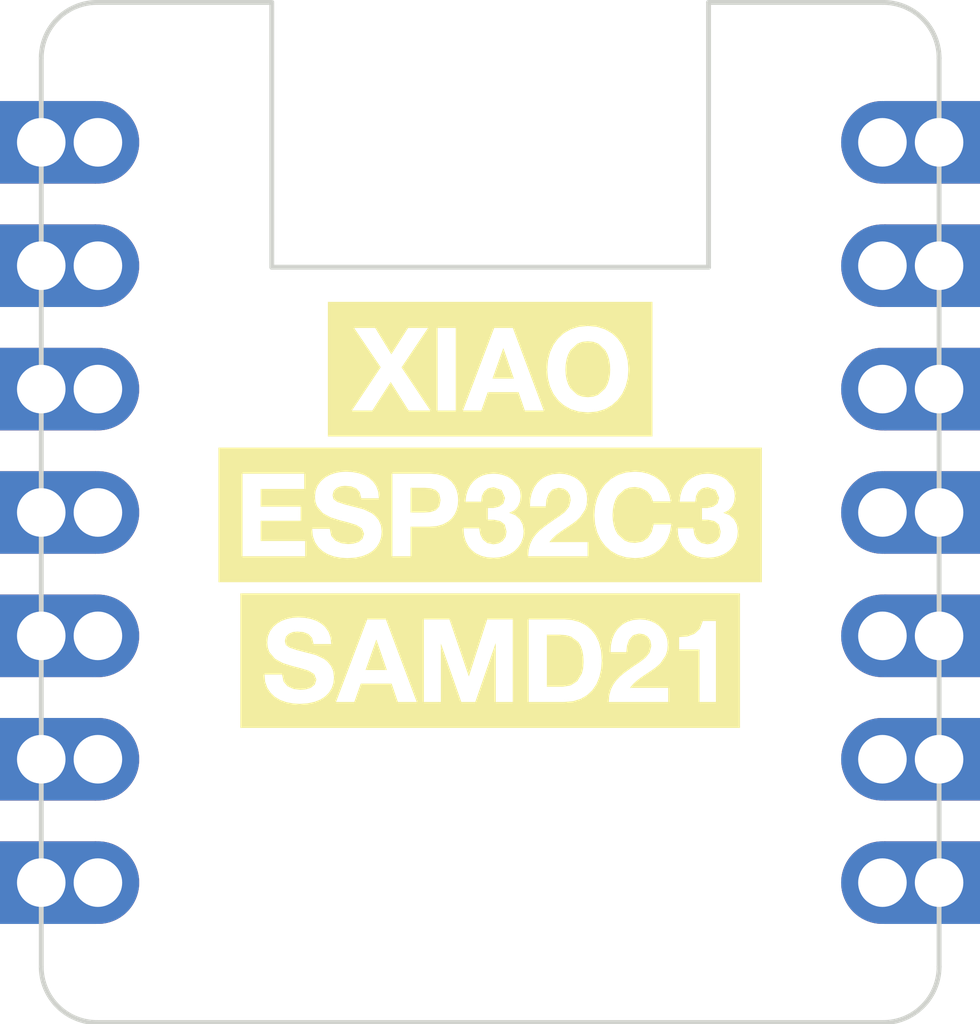
<source format=kicad_pcb>
(kicad_pcb (version 20221018) (generator pcbnew)
  (layers (0 "F.Cu" signal) (31 "B.Cu" signal) (34 "B.Paste" user) (35 "F.Paste" user) (36 "B.SilkS" user "B.Silkscreen") (37 "F.SilkS" user "F.Silkscreen") (38 "B.Mask" user) (39 "F.Mask" user) (44 "Edge.Cuts" user))
  (net 0 "")
  (footprint "kibuzzard-65885ADF" (layer "F.Cu") (at 100.499998 69.68)
    (fp_text reference "kibuzzard-65885ADF" hide)
    (fp_text value "G***" hide)
    (fp_poly (pts (xy 0.047625 0.194072) (xy 0.488156 0.194072) (xy 0.273844 -0.429816) (xy 0.269081 -0.429816) (xy 0.047625 0.194072)) (fill solid) (layer "F.SilkS"))
    (fp_poly (pts (xy 1.550194 0.008334) (xy 1.556445 0.114002) (xy 1.575197 0.216694) (xy 1.607641 0.312837) (xy 1.654969 0.398859) (xy 1.797844 0.528638) (xy 1.895475 0.565249) (xy 2.012156 0.577453) (xy 2.128838 0.565249) (xy 2.226469 0.528638) (xy 2.369344 0.398859) (xy 2.416669 0.312837) (xy 2.449116 0.216694) (xy 2.467868 0.114002) (xy 2.474119 0.008334) (xy 2.467868 -0.101798) (xy 2.449116 -0.208359) (xy 2.416671 -0.307479) (xy 2.369344 -0.395287) (xy 2.226469 -0.526256) (xy 2.128838 -0.562868) (xy 2.012156 -0.575072) (xy 1.895475 -0.562872) (xy 1.797844 -0.526256) (xy 1.654969 -0.395287) (xy 1.607641 -0.307479) (xy 1.575197 -0.208359) (xy 1.556445 -0.101799) (xy 1.550194 0.008334)) (fill solid) (layer "F.SilkS"))
    (fp_poly (pts (xy -2.847975 -1.385491) (xy -3.344069 -1.385491) (xy -3.344069 1.385491) (xy -2.847975 1.385491) (xy -1.233488 1.385491) (xy -1.233488 0.851297) (xy -1.678781 0.851297) (xy -2.050256 0.263128) (xy -2.428875 0.851297) (xy -2.847975 0.851297) (xy -2.255044 -0.039291) (xy -2.802731 -0.848916) (xy -2.369344 -0.848916) (xy -2.035969 -0.305991) (xy -1.690688 -0.848916) (xy -1.281113 -0.848916) (xy -1.826419 -0.036909) (xy -1.233488 0.851297) (xy -1.233488 1.385491) (xy -0.709613 1.385491) (xy -0.709613 0.851297) (xy -1.083469 0.851297) (xy -1.083469 -0.848916) (xy -0.709613 -0.848916) (xy -0.709613 0.851297) (xy -0.709613 1.385491) (xy 1.102519 1.385491) (xy 1.102519 0.851297) (xy 0.714375 0.851297) (xy 0.585787 0.472678) (xy -0.050006 0.472678) (xy -0.183356 0.851297) (xy -0.559594 0.851297) (xy 0.083344 -0.848916) (xy 0.466725 -0.848916) (xy 1.102519 0.851297) (xy 1.102519 1.385491) (xy 2.012156 1.385491) (xy 2.012156 0.889397) (xy 1.826716 0.87243) (xy 1.660922 0.821531) (xy 1.517154 0.740866) (xy 1.397794 0.634603) (xy 1.303139 0.505123) (xy 1.233487 0.354806) (xy 1.190625 0.187821) (xy 1.176337 0.008334) (xy 1.190625 -0.17532) (xy 1.233487 -0.345281) (xy 1.303139 -0.497979) (xy 1.397794 -0.629841) (xy 1.517154 -0.738186) (xy 1.660922 -0.820341) (xy 1.826716 -0.872128) (xy 2.012156 -0.889397) (xy 2.199084 -0.872133) (xy 2.364581 -0.820341) (xy 2.507455 -0.738188) (xy 2.626519 -0.629841) (xy 2.721173 -0.49798) (xy 2.790825 -0.345281) (xy 2.833688 -0.17532) (xy 2.847975 0.008334) (xy 2.833688 0.187821) (xy 2.790825 0.354806) (xy 2.721173 0.505123) (xy 2.626519 0.634603) (xy 2.507456 0.740866) (xy 2.364581 0.821531) (xy 2.199085 0.87243) (xy 2.012156 0.889397) (xy 2.012156 1.385491) (xy 2.847975 1.385491) (xy 3.344069 1.385491) (xy 3.344069 -1.385491) (xy 2.847975 -1.385491) (xy -2.847975 -1.385491)) (fill solid) (layer "F.SilkS"))
  )
  (footprint "Castellated:Xiao Castellated" (layer "F.Cu") (at 100.499998 72.68)
    (fp_text reference "H1" hide)
    (fp_text value "MountingHole")
    (fp_line (start -9.249999 -9.4) (end -9.249999 9.3) (stroke (width 0.1)) (layer "Edge.Cuts"))
    (fp_line (start -8.099999 -10.55) (end -4.499999 -10.55) (stroke (width 0.1)) (layer "Edge.Cuts"))
    (fp_line (start -4.49961 -5.1) (end -4.5 -10.55) (stroke (width 0.1)) (layer "Edge.Cuts"))
    (fp_line (start 4.49961 -5.1) (end -4.49961 -5.1) (stroke (width 0.1)) (layer "Edge.Cuts"))
    (fp_line (start 4.5 -10.549999) (end 4.49961 -5.1) (stroke (width 0.1)) (layer "Edge.Cuts"))
    (fp_line (start 4.5 -10.549999) (end 8.1 -10.549999) (stroke (width 0.1)) (layer "Edge.Cuts"))
    (fp_line (start 8.1 10.449999) (end -8.099999 10.45) (stroke (width 0.1)) (layer "Edge.Cuts"))
    (fp_line (start 9.25 -9.399999) (end 9.25 9.299999) (stroke (width 0.1)) (layer "Edge.Cuts"))
    (fp_arc (start -9.249999 -9.4) (mid -8.913172 -10.213173) (end -8.099999 -10.55) (stroke (width 0.1)) (layer "Edge.Cuts"))
    (fp_arc (start -8.099999 10.45) (mid -8.913172 10.113173) (end -9.249999 9.3) (stroke (width 0.1)) (layer "Edge.Cuts"))
    (fp_arc (start 8.1 -10.549999) (mid 8.913172 -10.213172) (end 9.25 -9.399999) (stroke (width 0.1)) (layer "Edge.Cuts"))
    (fp_arc (start 9.25 9.299999) (mid 8.913173 10.113172) (end 8.1 10.449999) (stroke (width 0.1)) (layer "Edge.Cuts"))
    (pad "1" thru_hole rect (at -9.25 -7.67) (size 1.982498 1.7) (drill 1 (offset 0.14125 0)) (property pad_prop_castellated) (layers "*.Cu" "*.Mask"))
    (pad "1" thru_hole circle (at -8.082499 -7.67) (size 1.7 1.7) (drill 1) (layers "*.Cu" "*.Mask"))
    (pad "2" thru_hole rect (at -9.25 -5.13) (size 1.982498 1.7) (drill 1 (offset 0.14125 0)) (property pad_prop_castellated) (layers "*.Cu" "*.Mask"))
    (pad "2" thru_hole oval (at -8.082499 -5.13) (size 1.7 1.7) (drill 1) (layers "*.Cu" "*.Mask"))
    (pad "3" thru_hole rect (at -9.25 -2.59) (size 1.982498 1.7) (drill 1 (offset 0.14125 0)) (property pad_prop_castellated) (layers "*.Cu" "*.Mask"))
    (pad "3" thru_hole oval (at -8.082499 -2.59) (size 1.7 1.7) (drill 1) (layers "*.Cu" "*.Mask"))
    (pad "4" thru_hole rect (at -9.25 -0.05) (size 1.982498 1.7) (drill 1 (offset 0.14125 0)) (property pad_prop_castellated) (layers "*.Cu" "*.Mask"))
    (pad "4" thru_hole oval (at -8.082499 -0.05) (size 1.7 1.7) (drill 1) (layers "*.Cu" "*.Mask"))
    (pad "5" thru_hole rect (at -9.25 2.49) (size 1.982498 1.7) (drill 1 (offset 0.14125 0)) (property pad_prop_castellated) (layers "*.Cu" "*.Mask"))
    (pad "5" thru_hole oval (at -8.082499 2.49) (size 1.7 1.7) (drill 1) (layers "*.Cu" "*.Mask"))
    (pad "6" thru_hole rect (at -9.25 5.03) (size 1.982498 1.7) (drill 1 (offset 0.14125 0)) (property pad_prop_castellated) (layers "*.Cu" "*.Mask"))
    (pad "6" thru_hole oval (at -8.082499 5.03) (size 1.7 1.7) (drill 1) (layers "*.Cu" "*.Mask"))
    (pad "7" thru_hole rect (at -9.25 7.57) (size 1.982498 1.7) (drill 1 (offset 0.14125 0)) (property pad_prop_castellated) (layers "*.Cu" "*.Mask"))
    (pad "7" thru_hole oval (at -8.082499 7.57) (size 1.7 1.7) (drill 1) (layers "*.Cu" "*.Mask"))
    (pad "8" thru_hole oval (at 8.082501 7.57) (size 1.7 1.7) (drill 1) (layers "*.Cu" "*.Mask"))
    (pad "8" thru_hole rect (at 9.250002 7.57 180) (size 1.982498 1.7) (drill 1 (offset 0.14125 0)) (property pad_prop_castellated) (layers "*.Cu" "*.Mask"))
    (pad "9" thru_hole oval (at 8.082501 5.03) (size 1.7 1.7) (drill 1) (layers "*.Cu" "*.Mask"))
    (pad "9" thru_hole rect (at 9.250002 5.03 180) (size 1.982498 1.7) (drill 1 (offset 0.14125 0)) (property pad_prop_castellated) (layers "*.Cu" "*.Mask"))
    (pad "10" thru_hole oval (at 8.082501 2.49) (size 1.7 1.7) (drill 1) (layers "*.Cu" "*.Mask"))
    (pad "10" thru_hole rect (at 9.250002 2.49 180) (size 1.982498 1.7) (drill 1 (offset 0.14125 0)) (property pad_prop_castellated) (layers "*.Cu" "*.Mask"))
    (pad "11" thru_hole oval (at 8.082501 -0.05) (size 1.7 1.7) (drill 1) (layers "*.Cu" "*.Mask"))
    (pad "11" thru_hole rect (at 9.250002 -0.05 180) (size 1.982498 1.7) (drill 1 (offset 0.14125 0)) (property pad_prop_castellated) (layers "*.Cu" "*.Mask"))
    (pad "12" thru_hole oval (at 8.082501 -2.59) (size 1.7 1.7) (drill 1) (layers "*.Cu" "*.Mask"))
    (pad "12" thru_hole rect (at 9.250002 -2.59 180) (size 1.982498 1.7) (drill 1 (offset 0.14125 0)) (property pad_prop_castellated) (layers "*.Cu" "*.Mask"))
    (pad "13" thru_hole oval (at 8.082501 -5.13) (size 1.7 1.7) (drill 1) (layers "*.Cu" "*.Mask"))
    (pad "13" thru_hole rect (at 9.250002 -5.13 180) (size 1.982498 1.7) (drill 1 (offset 0.14125 0)) (property pad_prop_castellated) (layers "*.Cu" "*.Mask"))
    (pad "14" thru_hole circle (at 8.082501 -7.67) (size 1.7 1.7) (drill 1) (layers "*.Cu" "*.Mask"))
    (pad "14" thru_hole rect (at 9.250002 -7.67 180) (size 1.982498 1.7) (drill 1 (offset 0.14125 0)) (property pad_prop_castellated) (layers "*.Cu" "*.Mask"))
  )
  (footprint "kibuzzard-65885AFA" (layer "F.Cu") (at 100.499998 75.68)
    (fp_text reference "kibuzzard-65885AFA" hide)
    (fp_text value "G***" hide)
    (fp_poly (pts (xy -2.568575 0.194072) (xy -2.128044 0.194072) (xy -2.342356 -0.429816) (xy -2.347119 -0.429816) (xy -2.568575 0.194072)) (fill solid) (layer "F.SilkS"))
    (fp_poly (pts (xy 1.167606 0.536972) (xy 1.500981 0.536972) (xy 1.658144 0.510778) (xy 1.793875 0.423863) (xy 1.889125 0.265509) (xy 1.915914 0.157162) (xy 1.924844 0.027384) (xy 1.918593 -0.094952) (xy 1.899841 -0.204787) (xy 1.866801 -0.30093) (xy 1.817688 -0.382191) (xy 1.666478 -0.4953) (xy 1.561405 -0.524768) (xy 1.434306 -0.534591) (xy 1.167606 -0.534591) (xy 1.167606 0.536972)) (fill solid) (layer "F.SilkS"))
    (fp_poly (pts (xy -4.651375 -1.385491) (xy -5.147469 -1.385491) (xy -5.147469 1.385491) (xy -4.651375 1.385491) (xy -3.925887 1.385491) (xy -3.925887 0.889397) (xy -4.064297 0.880765) (xy -4.198541 0.854869) (xy -4.322961 0.810518) (xy -4.431903 0.746522) (xy -4.522688 0.662583) (xy -4.592637 0.558403) (xy -4.636691 0.433388) (xy -4.649787 0.286941) (xy -4.287837 0.286941) (xy -4.256881 0.432197) (xy -4.174728 0.528638) (xy -4.054475 0.583406) (xy -3.9116 0.601266) (xy -3.804444 0.592931) (xy -3.697287 0.560784) (xy -3.613944 0.4953) (xy -3.580606 0.389334) (xy -3.624659 0.277416) (xy -3.74015 0.205978) (xy -3.902075 0.155972) (xy -4.085431 0.108347) (xy -4.271169 0.050006) (xy -4.433094 -0.039291) (xy -4.548584 -0.176212) (xy -4.581624 -0.266997) (xy -4.592637 -0.375047) (xy -4.578648 -0.497384) (xy -4.536678 -0.602456) (xy -4.472087 -0.69086) (xy -4.390231 -0.763191) (xy -4.293791 -0.81915) (xy -4.185444 -0.858441) (xy -4.071144 -0.881658) (xy -3.956844 -0.889397) (xy -3.826173 -0.881955) (xy -3.700859 -0.859631) (xy -3.585071 -0.820638) (xy -3.482975 -0.763191) (xy -3.397548 -0.687289) (xy -3.331766 -0.592931) (xy -3.289796 -0.478334) (xy -3.275806 -0.341709) (xy -3.637756 -0.341709) (xy -3.669903 -0.467916) (xy -3.742531 -0.546497) (xy -3.846116 -0.586978) (xy -3.973512 -0.598884) (xy -4.064 -0.589359) (xy -4.146153 -0.556022) (xy -4.206875 -0.496491) (xy -4.230687 -0.406003) (xy -4.211637 -0.325041) (xy -4.136628 -0.267891) (xy -3.981847 -0.215503) (xy -3.867845 -0.185739) (xy -3.723481 -0.148828) (xy -3.591322 -0.1143) (xy -3.423444 -0.034528) (xy -3.345758 0.029468) (xy -3.279378 0.111919) (xy -3.233837 0.216396) (xy -3.218656 0.346472) (xy -3.229963 0.458986) (xy -3.2639 0.563166) (xy -3.320155 0.656332) (xy -3.398441 0.735806) (xy -3.498453 0.800398) (xy -3.619897 0.848916) (xy -3.762474 0.879277) (xy -3.925887 0.889397) (xy -3.925887 1.385491) (xy -1.513681 1.385491) (xy -1.513681 0.851297) (xy -1.901825 0.851297) (xy -2.030412 0.472678) (xy -2.666206 0.472678) (xy -2.799556 0.851297) (xy -3.175794 0.851297) (xy -2.532856 -0.848916) (xy -2.149475 -0.848916) (xy -1.513681 0.851297) (xy -1.513681 1.385491) (xy 0.465138 1.385491) (xy 0.465138 0.851297) (xy 0.115094 0.851297) (xy 0.115094 -0.353616) (xy 0.110331 -0.353616) (xy -0.306387 0.851297) (xy -0.594519 0.851297) (xy -1.011237 -0.341709) (xy -1.016 -0.341709) (xy -1.016 0.851297) (xy -1.366044 0.851297) (xy -1.366044 -0.848916) (xy -0.839787 -0.848916) (xy -0.442119 0.320278) (xy -0.437356 0.320278) (xy -0.061119 -0.848916) (xy 0.465138 -0.848916) (xy 0.465138 0.851297) (xy 0.465138 1.385491) (xy 1.527175 1.385491) (xy 1.527175 0.851297) (xy 0.79375 0.851297) (xy 0.79375 -0.848916) (xy 1.527175 -0.848916) (xy 1.685826 -0.835824) (xy 1.833166 -0.796528) (xy 1.965325 -0.731044) (xy 2.078434 -0.639366) (xy 2.170707 -0.521494) (xy 2.240359 -0.377428) (xy 2.28411 -0.206574) (xy 2.2987 -0.008334) (xy 2.286794 0.170259) (xy 2.251075 0.334566) (xy 2.191246 0.481012) (xy 2.107009 0.606028) (xy 1.998662 0.708124) (xy 1.866503 0.785812) (xy 1.709638 0.834926) (xy 1.527175 0.851297) (xy 1.527175 1.385491) (xy 3.667919 1.385491) (xy 3.667919 0.851297) (xy 2.443956 0.851297) (xy 2.454374 0.715566) (xy 2.485628 0.598884) (xy 2.534741 0.497384) (xy 2.598738 0.407194) (xy 2.676426 0.325934) (xy 2.766616 0.251222) (xy 2.865735 0.179189) (xy 2.970213 0.105966) (xy 3.086894 0.028575) (xy 3.200003 -0.058341) (xy 3.285728 -0.165497) (xy 3.320256 -0.301228) (xy 3.302695 -0.409277) (xy 3.250009 -0.490538) (xy 3.16994 -0.541437) (xy 3.070225 -0.558403) (xy 2.945209 -0.523875) (xy 2.863056 -0.433388) (xy 2.819003 -0.309563) (xy 2.805906 -0.175022) (xy 2.482056 -0.175022) (xy 2.488009 -0.312837) (xy 2.515394 -0.440531) (xy 2.563019 -0.555427) (xy 2.629694 -0.654844) (xy 2.715716 -0.736402) (xy 2.821384 -0.797719) (xy 2.945507 -0.836111) (xy 3.086894 -0.848916) (xy 3.198515 -0.839986) (xy 3.304778 -0.813197) (xy 3.402112 -0.769741) (xy 3.486944 -0.710803) (xy 3.557488 -0.636389) (xy 3.611959 -0.546497) (xy 3.646785 -0.442913) (xy 3.658394 -0.327422) (xy 3.648273 -0.210145) (xy 3.617913 -0.110728) (xy 3.510756 0.050006) (xy 3.439616 0.116979) (xy 3.359547 0.177403) (xy 3.274715 0.234255) (xy 3.189288 0.290512) (xy 3.104753 0.348555) (xy 3.0226 0.410766) (xy 2.9464 0.480417) (xy 2.879725 0.560784) (xy 3.667919 0.560784) (xy 3.667919 0.851297) (xy 3.667919 1.385491) (xy 4.651375 1.385491) (xy 4.651375 0.851297) (xy 4.313238 0.851297) (xy 4.313238 -0.229791) (xy 3.894138 -0.229791) (xy 3.894138 -0.484584) (xy 4.064397 -0.497681) (xy 4.212034 -0.55245) (xy 4.322763 -0.656034) (xy 4.382294 -0.815578) (xy 4.651375 -0.815578) (xy 4.651375 0.851297) (xy 4.651375 1.385491) (xy 5.147469 1.385491) (xy 5.147469 -1.385491) (xy 4.651375 -1.385491) (xy -4.651375 -1.385491)) (fill solid) (layer "F.SilkS"))
  )
  (footprint "kibuzzard-65885AE8" (layer "F.Cu") (at 100.499998 72.68)
    (fp_text reference "kibuzzard-65885AE8" hide)
    (fp_text value "G***" hide)
    (fp_poly (pts (xy -1.640681 -0.048816) (xy -1.350169 -0.048816) (xy -1.226344 -0.058341) (xy -1.121569 -0.09525) (xy -1.048941 -0.172641) (xy -1.021556 -0.303609) (xy -1.048941 -0.434578) (xy -1.121569 -0.511969) (xy -1.226344 -0.548878) (xy -1.350169 -0.558403) (xy -1.640681 -0.558403) (xy -1.640681 -0.048816)) (fill solid) (layer "F.SilkS"))
    (fp_poly (pts (xy -5.103019 -1.385491) (xy -5.599112 -1.385491) (xy -5.599112 1.385491) (xy -5.103019 1.385491) (xy -3.812381 1.385491) (xy -3.812381 0.851297) (xy -5.103019 0.851297) (xy -5.103019 -0.848916) (xy -3.831431 -0.848916) (xy -3.831431 -0.534591) (xy -4.729163 -0.534591) (xy -4.729163 -0.170259) (xy -3.90525 -0.170259) (xy -3.90525 0.120253) (xy -4.729163 0.120253) (xy -4.729163 0.536972) (xy -3.812381 0.536972) (xy -3.812381 0.851297) (xy -3.812381 1.385491) (xy -2.943225 1.385491) (xy -2.943225 0.889397) (xy -3.081635 0.880765) (xy -3.215878 0.854869) (xy -3.340298 0.810518) (xy -3.449241 0.746522) (xy -3.540026 0.662583) (xy -3.609975 0.558403) (xy -3.654028 0.433388) (xy -3.667125 0.286941) (xy -3.305175 0.286941) (xy -3.274219 0.432197) (xy -3.192066 0.528638) (xy -3.071813 0.583406) (xy -2.928938 0.601266) (xy -2.821781 0.592931) (xy -2.714625 0.560784) (xy -2.631281 0.4953) (xy -2.597944 0.389334) (xy -2.641997 0.277416) (xy -2.757488 0.205978) (xy -2.919413 0.155972) (xy -3.102769 0.108347) (xy -3.288506 0.050006) (xy -3.450431 -0.039291) (xy -3.565922 -0.176212) (xy -3.598962 -0.266997) (xy -3.609975 -0.375047) (xy -3.595985 -0.497384) (xy -3.554016 -0.602456) (xy -3.489424 -0.69086) (xy -3.407569 -0.763191) (xy -3.311128 -0.81915) (xy -3.202781 -0.858441) (xy -3.088481 -0.881658) (xy -2.974181 -0.889397) (xy -2.84351 -0.881955) (xy -2.718197 -0.859631) (xy -2.602409 -0.820638) (xy -2.500313 -0.763191) (xy -2.414885 -0.687289) (xy -2.349103 -0.592931) (xy -2.307134 -0.478334) (xy -2.293144 -0.341709) (xy -2.655094 -0.341709) (xy -2.687241 -0.467916) (xy -2.759869 -0.546497) (xy -2.863453 -0.586978) (xy -2.99085 -0.598884) (xy -3.081338 -0.589359) (xy -3.163491 -0.556022) (xy -3.224213 -0.496491) (xy -3.248025 -0.406003) (xy -3.228975 -0.325041) (xy -3.153966 -0.267891) (xy -2.999184 -0.215503) (xy -2.885183 -0.185739) (xy -2.740819 -0.148828) (xy -2.608659 -0.1143) (xy -2.440781 -0.034528) (xy -2.363096 0.029468) (xy -2.296716 0.111919) (xy -2.251174 0.216396) (xy -2.235994 0.346472) (xy -2.2473 0.458986) (xy -2.281238 0.563166) (xy -2.337493 0.656332) (xy -2.415778 0.735806) (xy -2.515791 0.800398) (xy -2.637234 0.848916) (xy -2.779812 0.879277) (xy -2.943225 0.889397) (xy -2.943225 1.385491) (xy -1.640681 1.385491) (xy -1.640681 0.851297) (xy -2.014537 0.851297) (xy -2.014537 -0.848916) (xy -1.247775 -0.848916) (xy -1.100138 -0.837307) (xy -0.976312 -0.802481) (xy -0.874812 -0.748605) (xy -0.794147 -0.679847) (xy -0.733425 -0.598289) (xy -0.691753 -0.506016) (xy -0.667643 -0.406598) (xy -0.659606 -0.303609) (xy -0.667643 -0.202109) (xy -0.691753 -0.102394) (xy -0.733423 -0.009227) (xy -0.794147 0.072628) (xy -0.874812 0.141386) (xy -0.976312 0.195262) (xy -1.100138 0.230088) (xy -1.247775 0.241697) (xy -1.640681 0.241697) (xy -1.640681 0.851297) (xy -1.640681 1.385491) (xy 0.071437 1.385491) (xy 0.071437 0.882253) (xy -0.062805 0.872133) (xy -0.184547 0.841772) (xy -0.291405 0.792063) (xy -0.381 0.7239) (xy -0.452735 0.637877) (xy -0.506016 0.534591) (xy -0.53846 0.414338) (xy -0.547688 0.277416) (xy -0.226219 0.277416) (xy -0.204788 0.404812) (xy -0.150019 0.509588) (xy -0.060722 0.579834) (xy 0.066675 0.606028) (xy 0.172045 0.588467) (xy 0.259556 0.535781) (xy 0.318492 0.452735) (xy 0.338137 0.344091) (xy 0.301228 0.198834) (xy 0.207169 0.126206) (xy 0.082153 0.100013) (xy -0.047625 0.096441) (xy -0.047625 -0.141684) (xy 0.069056 -0.141684) (xy 0.184547 -0.169069) (xy 0.272653 -0.234553) (xy 0.307181 -0.348853) (xy 0.235744 -0.513159) (xy 0.071437 -0.570309) (xy -0.041374 -0.549178) (xy -0.122634 -0.485775) (xy -0.171152 -0.390229) (xy -0.185738 -0.272653) (xy -0.507206 -0.272653) (xy -0.493216 -0.395585) (xy -0.460772 -0.507206) (xy -0.410766 -0.605731) (xy -0.344091 -0.689372) (xy -0.26164 -0.75694) (xy -0.164306 -0.807244) (xy -0.053578 -0.838498) (xy 0.069056 -0.848916) (xy 0.169069 -0.841474) (xy 0.269081 -0.81915) (xy 0.364034 -0.781943) (xy 0.448866 -0.729853) (xy 0.578644 -0.584597) (xy 0.616148 -0.492323) (xy 0.62865 -0.386953) (xy 0.614067 -0.272653) (xy 0.570309 -0.172641) (xy 0.497384 -0.094655) (xy 0.395287 -0.046434) (xy 0.395287 -0.041672) (xy 0.518517 0.007144) (xy 0.611981 0.091678) (xy 0.670917 0.204192) (xy 0.690562 0.336947) (xy 0.677763 0.460772) (xy 0.639366 0.570309) (xy 0.579538 0.664369) (xy 0.502444 0.741759) (xy 0.410171 0.802481) (xy 0.3048 0.846534) (xy 0.1905 0.873323) (xy 0.071437 0.882253) (xy 0.071437 1.385491) (xy 2.007394 1.385491) (xy 2.007394 0.851297) (xy 0.783431 0.851297) (xy 0.793849 0.715566) (xy 0.825103 0.598884) (xy 0.874216 0.497384) (xy 0.938212 0.407194) (xy 1.015901 0.325934) (xy 1.106091 0.251222) (xy 1.20521 0.179189) (xy 1.309687 0.105966) (xy 1.426369 0.028575) (xy 1.539478 -0.058341) (xy 1.625203 -0.165497) (xy 1.659731 -0.301228) (xy 1.64217 -0.409277) (xy 1.589484 -0.490538) (xy 1.509415 -0.541437) (xy 1.4097 -0.558403) (xy 1.284684 -0.523875) (xy 1.202531 -0.433388) (xy 1.158478 -0.309563) (xy 1.145381 -0.175022) (xy 0.821531 -0.175022) (xy 0.827484 -0.312837) (xy 0.854869 -0.440531) (xy 0.902494 -0.555427) (xy 0.969169 -0.654844) (xy 1.055191 -0.736402) (xy 1.160859 -0.797719) (xy 1.284982 -0.836111) (xy 1.426369 -0.848916) (xy 1.53799 -0.839986) (xy 1.644253 -0.813197) (xy 1.741587 -0.769741) (xy 1.826419 -0.710803) (xy 1.896963 -0.636389) (xy 1.951434 -0.546497) (xy 1.98626 -0.442913) (xy 1.997869 -0.327422) (xy 1.987748 -0.210145) (xy 1.957388 -0.110728) (xy 1.850231 0.050006) (xy 1.779091 0.116979) (xy 1.699022 0.177403) (xy 1.61419 0.234255) (xy 1.528762 0.290512) (xy 1.444228 0.348555) (xy 1.362075 0.410766) (xy 1.285875 0.480417) (xy 1.2192 0.560784) (xy 2.007394 0.560784) (xy 2.007394 0.851297) (xy 2.007394 1.385491) (xy 2.983706 1.385491) (xy 2.983706 0.889397) (xy 2.798266 0.87243) (xy 2.632472 0.821531) (xy 2.488704 0.740866) (xy 2.369344 0.634603) (xy 2.274689 0.505123) (xy 2.205037 0.354806) (xy 2.162175 0.187821) (xy 2.147888 0.008334) (xy 2.162175 -0.17532) (xy 2.205037 -0.345281) (xy 2.274689 -0.497979) (xy 2.369344 -0.629841) (xy 2.488704 -0.738186) (xy 2.632472 -0.820341) (xy 2.798266 -0.872128) (xy 2.983706 -0.889397) (xy 3.12033 -0.879277) (xy 3.249216 -0.848916) (xy 3.367683 -0.799207) (xy 3.473053 -0.731044) (xy 3.563243 -0.644427) (xy 3.636169 -0.539353) (xy 3.688556 -0.416719) (xy 3.717131 -0.277416) (xy 3.355181 -0.277416) (xy 3.312319 -0.395287) (xy 3.228975 -0.489347) (xy 3.115866 -0.55245) (xy 2.983706 -0.575072) (xy 2.867025 -0.562872) (xy 2.769394 -0.526256) (xy 2.626519 -0.395287) (xy 2.579191 -0.307479) (xy 2.546747 -0.208359) (xy 2.527995 -0.101799) (xy 2.521744 0.008334) (xy 2.527995 0.114002) (xy 2.546747 0.216694) (xy 2.579191 0.312837) (xy 2.626519 0.398859) (xy 2.769394 0.528638) (xy 2.867025 0.565249) (xy 2.983706 0.577453) (xy 3.136404 0.551259) (xy 3.251597 0.472678) (xy 3.329285 0.351234) (xy 3.369469 0.196453) (xy 3.731419 0.196453) (xy 3.705825 0.348258) (xy 3.6576 0.484584) (xy 3.588544 0.603647) (xy 3.500437 0.703659) (xy 3.394472 0.783431) (xy 3.271837 0.841772) (xy 3.13432 0.877491) (xy 2.983706 0.889397) (xy 2.983706 1.385491) (xy 4.483894 1.385491) (xy 4.483894 0.882253) (xy 4.349651 0.872133) (xy 4.227909 0.841772) (xy 4.121051 0.792063) (xy 4.031456 0.7239) (xy 3.959721 0.637877) (xy 3.906441 0.534591) (xy 3.873996 0.414338) (xy 3.864769 0.277416) (xy 4.186238 0.277416) (xy 4.207669 0.404812) (xy 4.262438 0.509588) (xy 4.351734 0.579834) (xy 4.479131 0.606028) (xy 4.584502 0.588467) (xy 4.672013 0.535781) (xy 4.730948 0.452735) (xy 4.750594 0.344091) (xy 4.713684 0.198834) (xy 4.619625 0.126206) (xy 4.494609 0.100013) (xy 4.364831 0.096441) (xy 4.364831 -0.141684) (xy 4.481513 -0.141684) (xy 4.597003 -0.169069) (xy 4.685109 -0.234553) (xy 4.719638 -0.348853) (xy 4.6482 -0.513159) (xy 4.483894 -0.570309) (xy 4.371082 -0.549178) (xy 4.289822 -0.485775) (xy 4.241304 -0.390229) (xy 4.226719 -0.272653) (xy 3.90525 -0.272653) (xy 3.91924 -0.395585) (xy 3.951684 -0.507206) (xy 4.001691 -0.605731) (xy 4.068366 -0.689372) (xy 4.150816 -0.75694) (xy 4.24815 -0.807244) (xy 4.358878 -0.838498) (xy 4.481513 -0.848916) (xy 4.581525 -0.841474) (xy 4.681538 -0.81915) (xy 4.77649 -0.781943) (xy 4.861322 -0.729853) (xy 4.9911 -0.584597) (xy 5.028605 -0.492323) (xy 5.041106 -0.386953) (xy 5.026523 -0.272653) (xy 4.982766 -0.172641) (xy 4.90984 -0.094655) (xy 4.807744 -0.046434) (xy 4.807744 -0.041672) (xy 4.930973 0.007144) (xy 5.024438 0.091678) (xy 5.083373 0.204192) (xy 5.103019 0.336947) (xy 5.09022 0.460772) (xy 5.051822 0.570309) (xy 4.991994 0.664369) (xy 4.9149 0.741759) (xy 4.822627 0.802481) (xy 4.717256 0.846534) (xy 4.602957 0.873323) (xy 4.483894 0.882253) (xy 4.483894 1.385491) (xy 5.103019 1.385491) (xy 5.599113 1.385491) (xy 5.599113 -1.385491) (xy 5.103019 -1.385491) (xy -5.103019 -1.385491)) (fill solid) (layer "F.SilkS"))
  )
)
</source>
